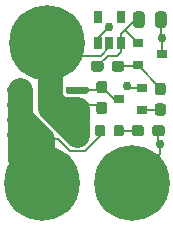
<source format=gbr>
%TF.GenerationSoftware,KiCad,Pcbnew,(5.1.6)-1*%
%TF.CreationDate,2021-05-10T20:56:14-04:00*%
%TF.ProjectId,magswitch,6d616773-7769-4746-9368-2e6b69636164,rev?*%
%TF.SameCoordinates,Original*%
%TF.FileFunction,Copper,L1,Top*%
%TF.FilePolarity,Positive*%
%FSLAX46Y46*%
G04 Gerber Fmt 4.6, Leading zero omitted, Abs format (unit mm)*
G04 Created by KiCad (PCBNEW (5.1.6)-1) date 2021-05-10 20:56:14*
%MOMM*%
%LPD*%
G01*
G04 APERTURE LIST*
%TA.AperFunction,SMDPad,CuDef*%
%ADD10R,0.900000X0.800000*%
%TD*%
%TA.AperFunction,SMDPad,CuDef*%
%ADD11R,0.650000X1.060000*%
%TD*%
%TA.AperFunction,ComponentPad*%
%ADD12C,0.800000*%
%TD*%
%TA.AperFunction,ComponentPad*%
%ADD13C,6.400000*%
%TD*%
%TA.AperFunction,ViaPad*%
%ADD14C,0.762000*%
%TD*%
%TA.AperFunction,Conductor*%
%ADD15C,0.203200*%
%TD*%
%TA.AperFunction,Conductor*%
%ADD16C,1.905000*%
%TD*%
%TA.AperFunction,Conductor*%
%ADD17C,2.540000*%
%TD*%
%TA.AperFunction,Conductor*%
%ADD18C,2.286000*%
%TD*%
%TA.AperFunction,Conductor*%
%ADD19C,2.159000*%
%TD*%
G04 APERTURE END LIST*
%TO.P,C1,2*%
%TO.N,GND*%
%TA.AperFunction,SMDPad,CuDef*%
G36*
G01*
X5784000Y16561750D02*
X5784000Y17474250D01*
G75*
G02*
X6027750Y17718000I243750J0D01*
G01*
X6515250Y17718000D01*
G75*
G02*
X6759000Y17474250I0J-243750D01*
G01*
X6759000Y16561750D01*
G75*
G02*
X6515250Y16318000I-243750J0D01*
G01*
X6027750Y16318000D01*
G75*
G02*
X5784000Y16561750I0J243750D01*
G01*
G37*
%TD.AperFunction*%
%TO.P,C1,1*%
%TO.N,+3V3*%
%TA.AperFunction,SMDPad,CuDef*%
G36*
G01*
X3909000Y16561750D02*
X3909000Y17474250D01*
G75*
G02*
X4152750Y17718000I243750J0D01*
G01*
X4640250Y17718000D01*
G75*
G02*
X4884000Y17474250I0J-243750D01*
G01*
X4884000Y16561750D01*
G75*
G02*
X4640250Y16318000I-243750J0D01*
G01*
X4152750Y16318000D01*
G75*
G02*
X3909000Y16561750I0J243750D01*
G01*
G37*
%TD.AperFunction*%
%TD*%
%TO.P,Q2,2*%
%TO.N,/OUT*%
%TA.AperFunction,SMDPad,CuDef*%
G36*
G01*
X-4802000Y7389000D02*
X-4802000Y7089000D01*
G75*
G02*
X-4952000Y6939000I-150000J0D01*
G01*
X-6602000Y6939000D01*
G75*
G02*
X-6752000Y7089000I0J150000D01*
G01*
X-6752000Y7389000D01*
G75*
G02*
X-6602000Y7539000I150000J0D01*
G01*
X-4952000Y7539000D01*
G75*
G02*
X-4802000Y7389000I0J-150000D01*
G01*
G37*
%TD.AperFunction*%
%TA.AperFunction,SMDPad,CuDef*%
G36*
G01*
X-4802000Y8659000D02*
X-4802000Y8359000D01*
G75*
G02*
X-4952000Y8209000I-150000J0D01*
G01*
X-6602000Y8209000D01*
G75*
G02*
X-6752000Y8359000I0J150000D01*
G01*
X-6752000Y8659000D01*
G75*
G02*
X-6602000Y8809000I150000J0D01*
G01*
X-4952000Y8809000D01*
G75*
G02*
X-4802000Y8659000I0J-150000D01*
G01*
G37*
%TD.AperFunction*%
%TA.AperFunction,SMDPad,CuDef*%
G36*
G01*
X-4802000Y9929000D02*
X-4802000Y9629000D01*
G75*
G02*
X-4952000Y9479000I-150000J0D01*
G01*
X-6602000Y9479000D01*
G75*
G02*
X-6752000Y9629000I0J150000D01*
G01*
X-6752000Y9929000D01*
G75*
G02*
X-6602000Y10079000I150000J0D01*
G01*
X-4952000Y10079000D01*
G75*
G02*
X-4802000Y9929000I0J-150000D01*
G01*
G37*
%TD.AperFunction*%
%TA.AperFunction,SMDPad,CuDef*%
G36*
G01*
X-4802000Y11199000D02*
X-4802000Y10899000D01*
G75*
G02*
X-4952000Y10749000I-150000J0D01*
G01*
X-6602000Y10749000D01*
G75*
G02*
X-6752000Y10899000I0J150000D01*
G01*
X-6752000Y11199000D01*
G75*
G02*
X-6602000Y11349000I150000J0D01*
G01*
X-4952000Y11349000D01*
G75*
G02*
X-4802000Y11199000I0J-150000D01*
G01*
G37*
%TD.AperFunction*%
%TO.P,Q2,1*%
%TO.N,Net-(Q1-Pad3)*%
%TA.AperFunction,SMDPad,CuDef*%
G36*
G01*
X148000Y11199000D02*
X148000Y10899000D01*
G75*
G02*
X-2000Y10749000I-150000J0D01*
G01*
X-1652000Y10749000D01*
G75*
G02*
X-1802000Y10899000I0J150000D01*
G01*
X-1802000Y11199000D01*
G75*
G02*
X-1652000Y11349000I150000J0D01*
G01*
X-2000Y11349000D01*
G75*
G02*
X148000Y11199000I0J-150000D01*
G01*
G37*
%TD.AperFunction*%
%TO.P,Q2,3*%
%TO.N,/IN*%
%TA.AperFunction,SMDPad,CuDef*%
G36*
G01*
X148000Y9929000D02*
X148000Y9629000D01*
G75*
G02*
X-2000Y9479000I-150000J0D01*
G01*
X-1652000Y9479000D01*
G75*
G02*
X-1802000Y9629000I0J150000D01*
G01*
X-1802000Y9929000D01*
G75*
G02*
X-1652000Y10079000I150000J0D01*
G01*
X-2000Y10079000D01*
G75*
G02*
X148000Y9929000I0J-150000D01*
G01*
G37*
%TD.AperFunction*%
%TA.AperFunction,SMDPad,CuDef*%
G36*
G01*
X148000Y8659000D02*
X148000Y8359000D01*
G75*
G02*
X-2000Y8209000I-150000J0D01*
G01*
X-1652000Y8209000D01*
G75*
G02*
X-1802000Y8359000I0J150000D01*
G01*
X-1802000Y8659000D01*
G75*
G02*
X-1652000Y8809000I150000J0D01*
G01*
X-2000Y8809000D01*
G75*
G02*
X148000Y8659000I0J-150000D01*
G01*
G37*
%TD.AperFunction*%
%TA.AperFunction,SMDPad,CuDef*%
G36*
G01*
X148000Y7389000D02*
X148000Y7089000D01*
G75*
G02*
X-2000Y6939000I-150000J0D01*
G01*
X-1652000Y6939000D01*
G75*
G02*
X-1802000Y7089000I0J150000D01*
G01*
X-1802000Y7389000D01*
G75*
G02*
X-1652000Y7539000I150000J0D01*
G01*
X-2000Y7539000D01*
G75*
G02*
X148000Y7389000I0J-150000D01*
G01*
G37*
%TD.AperFunction*%
%TD*%
%TO.P,R1,2*%
%TO.N,Net-(D1-Pad2)*%
%TA.AperFunction,SMDPad,CuDef*%
G36*
G01*
X2269000Y7363750D02*
X2269000Y7876250D01*
G75*
G02*
X2487750Y8095000I218750J0D01*
G01*
X2925250Y8095000D01*
G75*
G02*
X3144000Y7876250I0J-218750D01*
G01*
X3144000Y7363750D01*
G75*
G02*
X2925250Y7145000I-218750J0D01*
G01*
X2487750Y7145000D01*
G75*
G02*
X2269000Y7363750I0J218750D01*
G01*
G37*
%TD.AperFunction*%
%TO.P,R1,1*%
%TO.N,/OUT*%
%TA.AperFunction,SMDPad,CuDef*%
G36*
G01*
X694000Y7363750D02*
X694000Y7876250D01*
G75*
G02*
X912750Y8095000I218750J0D01*
G01*
X1350250Y8095000D01*
G75*
G02*
X1569000Y7876250I0J-218750D01*
G01*
X1569000Y7363750D01*
G75*
G02*
X1350250Y7145000I-218750J0D01*
G01*
X912750Y7145000D01*
G75*
G02*
X694000Y7363750I0J218750D01*
G01*
G37*
%TD.AperFunction*%
%TD*%
%TO.P,R4,2*%
%TO.N,Net-(R3-Pad2)*%
%TA.AperFunction,SMDPad,CuDef*%
G36*
G01*
X6460500Y10623000D02*
X5985500Y10623000D01*
G75*
G02*
X5748000Y10860500I0J237500D01*
G01*
X5748000Y11435500D01*
G75*
G02*
X5985500Y11673000I237500J0D01*
G01*
X6460500Y11673000D01*
G75*
G02*
X6698000Y11435500I0J-237500D01*
G01*
X6698000Y10860500D01*
G75*
G02*
X6460500Y10623000I-237500J0D01*
G01*
G37*
%TD.AperFunction*%
%TO.P,R4,1*%
%TO.N,Net-(Q1-Pad1)*%
%TA.AperFunction,SMDPad,CuDef*%
G36*
G01*
X6460500Y8873000D02*
X5985500Y8873000D01*
G75*
G02*
X5748000Y9110500I0J237500D01*
G01*
X5748000Y9685500D01*
G75*
G02*
X5985500Y9923000I237500J0D01*
G01*
X6460500Y9923000D01*
G75*
G02*
X6698000Y9685500I0J-237500D01*
G01*
X6698000Y9110500D01*
G75*
G02*
X6460500Y8873000I-237500J0D01*
G01*
G37*
%TD.AperFunction*%
%TD*%
%TO.P,R3,2*%
%TO.N,Net-(R3-Pad2)*%
%TA.AperFunction,SMDPad,CuDef*%
G36*
G01*
X2114000Y12843500D02*
X2114000Y13318500D01*
G75*
G02*
X2351500Y13556000I237500J0D01*
G01*
X2926500Y13556000D01*
G75*
G02*
X3164000Y13318500I0J-237500D01*
G01*
X3164000Y12843500D01*
G75*
G02*
X2926500Y12606000I-237500J0D01*
G01*
X2351500Y12606000D01*
G75*
G02*
X2114000Y12843500I0J237500D01*
G01*
G37*
%TD.AperFunction*%
%TO.P,R3,1*%
%TO.N,+3V3*%
%TA.AperFunction,SMDPad,CuDef*%
G36*
G01*
X364000Y12843500D02*
X364000Y13318500D01*
G75*
G02*
X601500Y13556000I237500J0D01*
G01*
X1176500Y13556000D01*
G75*
G02*
X1414000Y13318500I0J-237500D01*
G01*
X1414000Y12843500D01*
G75*
G02*
X1176500Y12606000I-237500J0D01*
G01*
X601500Y12606000D01*
G75*
G02*
X364000Y12843500I0J237500D01*
G01*
G37*
%TD.AperFunction*%
%TD*%
%TO.P,R2,2*%
%TO.N,Net-(Q1-Pad3)*%
%TA.AperFunction,SMDPad,CuDef*%
G36*
G01*
X1507500Y10764000D02*
X1032500Y10764000D01*
G75*
G02*
X795000Y11001500I0J237500D01*
G01*
X795000Y11576500D01*
G75*
G02*
X1032500Y11814000I237500J0D01*
G01*
X1507500Y11814000D01*
G75*
G02*
X1745000Y11576500I0J-237500D01*
G01*
X1745000Y11001500D01*
G75*
G02*
X1507500Y10764000I-237500J0D01*
G01*
G37*
%TD.AperFunction*%
%TO.P,R2,1*%
%TO.N,/IN*%
%TA.AperFunction,SMDPad,CuDef*%
G36*
G01*
X1507500Y9014000D02*
X1032500Y9014000D01*
G75*
G02*
X795000Y9251500I0J237500D01*
G01*
X795000Y9826500D01*
G75*
G02*
X1032500Y10064000I237500J0D01*
G01*
X1507500Y10064000D01*
G75*
G02*
X1745000Y9826500I0J-237500D01*
G01*
X1745000Y9251500D01*
G75*
G02*
X1507500Y9014000I-237500J0D01*
G01*
G37*
%TD.AperFunction*%
%TD*%
%TO.P,D1,2*%
%TO.N,Net-(D1-Pad2)*%
%TA.AperFunction,SMDPad,CuDef*%
G36*
G01*
X4843000Y7857500D02*
X4843000Y7382500D01*
G75*
G02*
X4605500Y7145000I-237500J0D01*
G01*
X4030500Y7145000D01*
G75*
G02*
X3793000Y7382500I0J237500D01*
G01*
X3793000Y7857500D01*
G75*
G02*
X4030500Y8095000I237500J0D01*
G01*
X4605500Y8095000D01*
G75*
G02*
X4843000Y7857500I0J-237500D01*
G01*
G37*
%TD.AperFunction*%
%TO.P,D1,1*%
%TO.N,GND*%
%TA.AperFunction,SMDPad,CuDef*%
G36*
G01*
X6593000Y7857500D02*
X6593000Y7382500D01*
G75*
G02*
X6355500Y7145000I-237500J0D01*
G01*
X5780500Y7145000D01*
G75*
G02*
X5543000Y7382500I0J237500D01*
G01*
X5543000Y7857500D01*
G75*
G02*
X5780500Y8095000I237500J0D01*
G01*
X6355500Y8095000D01*
G75*
G02*
X6593000Y7857500I0J-237500D01*
G01*
G37*
%TD.AperFunction*%
%TD*%
D10*
%TO.P,Q1,3*%
%TO.N,Net-(Q1-Pad3)*%
X2683000Y10287000D03*
%TO.P,Q1,2*%
%TO.N,GND*%
X4683000Y11237000D03*
%TO.P,Q1,1*%
%TO.N,Net-(Q1-Pad1)*%
X4683000Y9337000D03*
%TD*%
D11*
%TO.P,U2,5*%
%TO.N,Net-(U2-Pad5)*%
X955000Y17229000D03*
%TO.P,U2,4*%
%TO.N,Net-(U2-Pad4)*%
X2855000Y17229000D03*
%TO.P,U2,3*%
%TO.N,+3V3*%
X2855000Y15029000D03*
%TO.P,U2,2*%
%TO.N,/IN*%
X1905000Y15029000D03*
%TO.P,U2,1*%
%TO.N,GND*%
X955000Y15029000D03*
%TD*%
D12*
%TO.P,H3,1*%
%TO.N,/IN*%
X-1653204Y16698296D03*
X-3350260Y17401240D03*
X-5047316Y16698296D03*
X-5750260Y15001240D03*
X-5047316Y13304184D03*
X-3350260Y12601240D03*
X-1653204Y13304184D03*
X-950260Y15001240D03*
D13*
X-3350260Y15001240D03*
%TD*%
D12*
%TO.P,H2,1*%
%TO.N,GND*%
X5496896Y4897456D03*
X3799840Y5600400D03*
X2102784Y4897456D03*
X1399840Y3200400D03*
X2102784Y1503344D03*
X3799840Y800400D03*
X5496896Y1503344D03*
X6199840Y3200400D03*
D13*
X3799840Y3200400D03*
%TD*%
D12*
%TO.P,H1,1*%
%TO.N,/OUT*%
X-2102784Y4897456D03*
X-3799840Y5600400D03*
X-5496896Y4897456D03*
X-6199840Y3200400D03*
X-5496896Y1503344D03*
X-3799840Y800400D03*
X-2102784Y1503344D03*
X-1399840Y3200400D03*
D13*
X-3799840Y3200400D03*
%TD*%
D10*
%TO.P,U1,3*%
%TO.N,GND*%
X6334000Y14097000D03*
%TO.P,U1,2*%
%TO.N,Net-(R3-Pad2)*%
X4334000Y13147000D03*
%TO.P,U1,1*%
%TO.N,+3V3*%
X4334000Y15047000D03*
%TD*%
D14*
%TO.N,GND*%
X6350000Y15494000D03*
X6223000Y6477000D03*
X3429000Y11430000D03*
X1905000Y16383000D03*
%TD*%
D15*
%TO.N,/IN*%
X1905000Y14667225D02*
X1207775Y13970000D01*
X1905000Y15029000D02*
X1905000Y14667225D01*
X-2319020Y13970000D02*
X-3350260Y15001240D01*
X1207775Y13970000D02*
X-2319020Y13970000D01*
X1030000Y9779000D02*
X1270000Y9539000D01*
X-827000Y9779000D02*
X1030000Y9779000D01*
D16*
X-3350260Y15001240D02*
X-2954510Y14605490D01*
D17*
X-3350260Y15001240D02*
X-3272010Y14922990D01*
D18*
X-3350260Y15001240D02*
X-3145010Y14795990D01*
D19*
X-3350260Y15001240D02*
X-3081510Y14732490D01*
X-2244124Y9469490D02*
X-827000Y9469490D01*
X-3081510Y14732490D02*
X-3081510Y10306876D01*
X-3081510Y10306876D02*
X-2244124Y9469490D01*
X-3081510Y9493510D02*
X-3081510Y10306876D01*
X-827000Y7239000D02*
X-3081510Y9493510D01*
X-827000Y7239000D02*
X-827000Y9469490D01*
D15*
%TO.N,GND*%
X6271500Y17018000D02*
X6271500Y15572500D01*
X6271500Y15572500D02*
X6350000Y15494000D01*
X6334000Y15478000D02*
X6350000Y15494000D01*
X6334000Y14097000D02*
X6334000Y15478000D01*
X6068000Y7620000D02*
X6068000Y6632000D01*
X6068000Y6632000D02*
X6223000Y6477000D01*
X6223000Y5623560D02*
X3799840Y3200400D01*
X6223000Y6477000D02*
X6223000Y5623560D01*
X4683000Y11237000D02*
X3622000Y11237000D01*
X3622000Y11237000D02*
X3429000Y11430000D01*
X955000Y15029000D02*
X955000Y15433000D01*
X955000Y15433000D02*
X1905000Y16383000D01*
%TO.N,Net-(Q1-Pad1)*%
X6162000Y9337000D02*
X6223000Y9398000D01*
X4683000Y9337000D02*
X6162000Y9337000D01*
%TO.N,+3V3*%
X889000Y13081000D02*
X1778000Y13970000D01*
X2855000Y14295800D02*
X2855000Y15029000D01*
X2529200Y13970000D02*
X2855000Y14295800D01*
X1778000Y13970000D02*
X2529200Y13970000D01*
X2855000Y15029000D02*
X2855000Y15809000D01*
X4064000Y17018000D02*
X4396500Y17018000D01*
X3302000Y16079000D02*
X4334000Y15047000D01*
X3302000Y16256000D02*
X4064000Y17018000D01*
X3302000Y16256000D02*
X3302000Y16079000D01*
X2855000Y15809000D02*
X3302000Y16256000D01*
%TO.N,Net-(Q1-Pad3)*%
X1030000Y11049000D02*
X1270000Y11289000D01*
X-827000Y11049000D02*
X1030000Y11049000D01*
X2272000Y10287000D02*
X1270000Y11289000D01*
X2683000Y10287000D02*
X2272000Y10287000D01*
D19*
%TO.N,/OUT*%
X-5695730Y8771588D02*
X-5695730Y11049000D01*
X-3799840Y3200400D02*
X-3799840Y6875698D01*
X-3799840Y6875698D02*
X-5695730Y8771588D01*
X-5695730Y5187730D02*
X-5695730Y9779000D01*
X-3799840Y3200400D02*
X-3799840Y3291840D01*
X-3799840Y3291840D02*
X-5695730Y5187730D01*
D15*
X-155610Y5857890D02*
X-1399074Y5857890D01*
X1131500Y7620000D02*
X1131500Y7145000D01*
X1131500Y7145000D02*
X-155610Y5857890D01*
X-2416882Y6875698D02*
X-3799840Y6875698D01*
X-1399074Y5857890D02*
X-2416882Y6875698D01*
%TO.N,Net-(D1-Pad2)*%
X2706500Y7620000D02*
X4318000Y7620000D01*
%TO.N,Net-(R3-Pad2)*%
X6223000Y11258000D02*
X6223000Y11148000D01*
X4334000Y13147000D02*
X6223000Y11258000D01*
X4268000Y13081000D02*
X4334000Y13147000D01*
X2639000Y13081000D02*
X4268000Y13081000D01*
%TD*%
M02*

</source>
